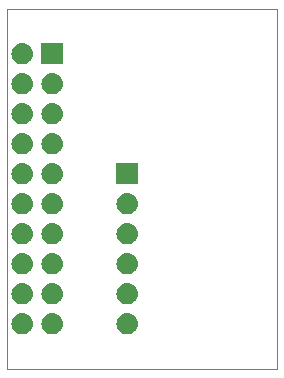
<source format=gbr>
G04 #@! TF.GenerationSoftware,KiCad,Pcbnew,(5.1.4)-1*
G04 #@! TF.CreationDate,2020-05-11T18:22:27+02:00*
G04 #@! TF.ProjectId,JtagArm20Adapter,4a746167-4172-46d3-9230-416461707465,rev?*
G04 #@! TF.SameCoordinates,Original*
G04 #@! TF.FileFunction,Soldermask,Bot*
G04 #@! TF.FilePolarity,Negative*
%FSLAX46Y46*%
G04 Gerber Fmt 4.6, Leading zero omitted, Abs format (unit mm)*
G04 Created by KiCad (PCBNEW (5.1.4)-1) date 2020-05-11 18:22:27*
%MOMM*%
%LPD*%
G04 APERTURE LIST*
%ADD10C,0.050000*%
%ADD11C,0.100000*%
G04 APERTURE END LIST*
D10*
X138430000Y-109220000D02*
X138430000Y-78740000D01*
X161290000Y-109220000D02*
X138430000Y-109220000D01*
X161290000Y-78740000D02*
X161290000Y-109220000D01*
X138430000Y-78740000D02*
X161290000Y-78740000D01*
D11*
G36*
X148700443Y-104515519D02*
G01*
X148766627Y-104522037D01*
X148936466Y-104573557D01*
X149092991Y-104657222D01*
X149128729Y-104686552D01*
X149230186Y-104769814D01*
X149313448Y-104871271D01*
X149342778Y-104907009D01*
X149426443Y-105063534D01*
X149477963Y-105233373D01*
X149495359Y-105410000D01*
X149477963Y-105586627D01*
X149426443Y-105756466D01*
X149342778Y-105912991D01*
X149313448Y-105948729D01*
X149230186Y-106050186D01*
X149128729Y-106133448D01*
X149092991Y-106162778D01*
X148936466Y-106246443D01*
X148766627Y-106297963D01*
X148700442Y-106304482D01*
X148634260Y-106311000D01*
X148545740Y-106311000D01*
X148479558Y-106304482D01*
X148413373Y-106297963D01*
X148243534Y-106246443D01*
X148087009Y-106162778D01*
X148051271Y-106133448D01*
X147949814Y-106050186D01*
X147866552Y-105948729D01*
X147837222Y-105912991D01*
X147753557Y-105756466D01*
X147702037Y-105586627D01*
X147684641Y-105410000D01*
X147702037Y-105233373D01*
X147753557Y-105063534D01*
X147837222Y-104907009D01*
X147866552Y-104871271D01*
X147949814Y-104769814D01*
X148051271Y-104686552D01*
X148087009Y-104657222D01*
X148243534Y-104573557D01*
X148413373Y-104522037D01*
X148479557Y-104515519D01*
X148545740Y-104509000D01*
X148634260Y-104509000D01*
X148700443Y-104515519D01*
X148700443Y-104515519D01*
G37*
G36*
X139810443Y-104515519D02*
G01*
X139876627Y-104522037D01*
X140046466Y-104573557D01*
X140202991Y-104657222D01*
X140238729Y-104686552D01*
X140340186Y-104769814D01*
X140423448Y-104871271D01*
X140452778Y-104907009D01*
X140536443Y-105063534D01*
X140587963Y-105233373D01*
X140605359Y-105410000D01*
X140587963Y-105586627D01*
X140536443Y-105756466D01*
X140452778Y-105912991D01*
X140423448Y-105948729D01*
X140340186Y-106050186D01*
X140238729Y-106133448D01*
X140202991Y-106162778D01*
X140046466Y-106246443D01*
X139876627Y-106297963D01*
X139810442Y-106304482D01*
X139744260Y-106311000D01*
X139655740Y-106311000D01*
X139589558Y-106304482D01*
X139523373Y-106297963D01*
X139353534Y-106246443D01*
X139197009Y-106162778D01*
X139161271Y-106133448D01*
X139059814Y-106050186D01*
X138976552Y-105948729D01*
X138947222Y-105912991D01*
X138863557Y-105756466D01*
X138812037Y-105586627D01*
X138794641Y-105410000D01*
X138812037Y-105233373D01*
X138863557Y-105063534D01*
X138947222Y-104907009D01*
X138976552Y-104871271D01*
X139059814Y-104769814D01*
X139161271Y-104686552D01*
X139197009Y-104657222D01*
X139353534Y-104573557D01*
X139523373Y-104522037D01*
X139589557Y-104515519D01*
X139655740Y-104509000D01*
X139744260Y-104509000D01*
X139810443Y-104515519D01*
X139810443Y-104515519D01*
G37*
G36*
X142350443Y-104515519D02*
G01*
X142416627Y-104522037D01*
X142586466Y-104573557D01*
X142742991Y-104657222D01*
X142778729Y-104686552D01*
X142880186Y-104769814D01*
X142963448Y-104871271D01*
X142992778Y-104907009D01*
X143076443Y-105063534D01*
X143127963Y-105233373D01*
X143145359Y-105410000D01*
X143127963Y-105586627D01*
X143076443Y-105756466D01*
X142992778Y-105912991D01*
X142963448Y-105948729D01*
X142880186Y-106050186D01*
X142778729Y-106133448D01*
X142742991Y-106162778D01*
X142586466Y-106246443D01*
X142416627Y-106297963D01*
X142350442Y-106304482D01*
X142284260Y-106311000D01*
X142195740Y-106311000D01*
X142129558Y-106304482D01*
X142063373Y-106297963D01*
X141893534Y-106246443D01*
X141737009Y-106162778D01*
X141701271Y-106133448D01*
X141599814Y-106050186D01*
X141516552Y-105948729D01*
X141487222Y-105912991D01*
X141403557Y-105756466D01*
X141352037Y-105586627D01*
X141334641Y-105410000D01*
X141352037Y-105233373D01*
X141403557Y-105063534D01*
X141487222Y-104907009D01*
X141516552Y-104871271D01*
X141599814Y-104769814D01*
X141701271Y-104686552D01*
X141737009Y-104657222D01*
X141893534Y-104573557D01*
X142063373Y-104522037D01*
X142129557Y-104515519D01*
X142195740Y-104509000D01*
X142284260Y-104509000D01*
X142350443Y-104515519D01*
X142350443Y-104515519D01*
G37*
G36*
X139810442Y-101975518D02*
G01*
X139876627Y-101982037D01*
X140046466Y-102033557D01*
X140202991Y-102117222D01*
X140238729Y-102146552D01*
X140340186Y-102229814D01*
X140423448Y-102331271D01*
X140452778Y-102367009D01*
X140536443Y-102523534D01*
X140587963Y-102693373D01*
X140605359Y-102870000D01*
X140587963Y-103046627D01*
X140536443Y-103216466D01*
X140452778Y-103372991D01*
X140423448Y-103408729D01*
X140340186Y-103510186D01*
X140238729Y-103593448D01*
X140202991Y-103622778D01*
X140046466Y-103706443D01*
X139876627Y-103757963D01*
X139810443Y-103764481D01*
X139744260Y-103771000D01*
X139655740Y-103771000D01*
X139589557Y-103764481D01*
X139523373Y-103757963D01*
X139353534Y-103706443D01*
X139197009Y-103622778D01*
X139161271Y-103593448D01*
X139059814Y-103510186D01*
X138976552Y-103408729D01*
X138947222Y-103372991D01*
X138863557Y-103216466D01*
X138812037Y-103046627D01*
X138794641Y-102870000D01*
X138812037Y-102693373D01*
X138863557Y-102523534D01*
X138947222Y-102367009D01*
X138976552Y-102331271D01*
X139059814Y-102229814D01*
X139161271Y-102146552D01*
X139197009Y-102117222D01*
X139353534Y-102033557D01*
X139523373Y-101982037D01*
X139589558Y-101975518D01*
X139655740Y-101969000D01*
X139744260Y-101969000D01*
X139810442Y-101975518D01*
X139810442Y-101975518D01*
G37*
G36*
X148700442Y-101975518D02*
G01*
X148766627Y-101982037D01*
X148936466Y-102033557D01*
X149092991Y-102117222D01*
X149128729Y-102146552D01*
X149230186Y-102229814D01*
X149313448Y-102331271D01*
X149342778Y-102367009D01*
X149426443Y-102523534D01*
X149477963Y-102693373D01*
X149495359Y-102870000D01*
X149477963Y-103046627D01*
X149426443Y-103216466D01*
X149342778Y-103372991D01*
X149313448Y-103408729D01*
X149230186Y-103510186D01*
X149128729Y-103593448D01*
X149092991Y-103622778D01*
X148936466Y-103706443D01*
X148766627Y-103757963D01*
X148700443Y-103764481D01*
X148634260Y-103771000D01*
X148545740Y-103771000D01*
X148479557Y-103764481D01*
X148413373Y-103757963D01*
X148243534Y-103706443D01*
X148087009Y-103622778D01*
X148051271Y-103593448D01*
X147949814Y-103510186D01*
X147866552Y-103408729D01*
X147837222Y-103372991D01*
X147753557Y-103216466D01*
X147702037Y-103046627D01*
X147684641Y-102870000D01*
X147702037Y-102693373D01*
X147753557Y-102523534D01*
X147837222Y-102367009D01*
X147866552Y-102331271D01*
X147949814Y-102229814D01*
X148051271Y-102146552D01*
X148087009Y-102117222D01*
X148243534Y-102033557D01*
X148413373Y-101982037D01*
X148479558Y-101975518D01*
X148545740Y-101969000D01*
X148634260Y-101969000D01*
X148700442Y-101975518D01*
X148700442Y-101975518D01*
G37*
G36*
X142350442Y-101975518D02*
G01*
X142416627Y-101982037D01*
X142586466Y-102033557D01*
X142742991Y-102117222D01*
X142778729Y-102146552D01*
X142880186Y-102229814D01*
X142963448Y-102331271D01*
X142992778Y-102367009D01*
X143076443Y-102523534D01*
X143127963Y-102693373D01*
X143145359Y-102870000D01*
X143127963Y-103046627D01*
X143076443Y-103216466D01*
X142992778Y-103372991D01*
X142963448Y-103408729D01*
X142880186Y-103510186D01*
X142778729Y-103593448D01*
X142742991Y-103622778D01*
X142586466Y-103706443D01*
X142416627Y-103757963D01*
X142350443Y-103764481D01*
X142284260Y-103771000D01*
X142195740Y-103771000D01*
X142129557Y-103764481D01*
X142063373Y-103757963D01*
X141893534Y-103706443D01*
X141737009Y-103622778D01*
X141701271Y-103593448D01*
X141599814Y-103510186D01*
X141516552Y-103408729D01*
X141487222Y-103372991D01*
X141403557Y-103216466D01*
X141352037Y-103046627D01*
X141334641Y-102870000D01*
X141352037Y-102693373D01*
X141403557Y-102523534D01*
X141487222Y-102367009D01*
X141516552Y-102331271D01*
X141599814Y-102229814D01*
X141701271Y-102146552D01*
X141737009Y-102117222D01*
X141893534Y-102033557D01*
X142063373Y-101982037D01*
X142129558Y-101975518D01*
X142195740Y-101969000D01*
X142284260Y-101969000D01*
X142350442Y-101975518D01*
X142350442Y-101975518D01*
G37*
G36*
X139810443Y-99435519D02*
G01*
X139876627Y-99442037D01*
X140046466Y-99493557D01*
X140202991Y-99577222D01*
X140238729Y-99606552D01*
X140340186Y-99689814D01*
X140423448Y-99791271D01*
X140452778Y-99827009D01*
X140536443Y-99983534D01*
X140587963Y-100153373D01*
X140605359Y-100330000D01*
X140587963Y-100506627D01*
X140536443Y-100676466D01*
X140452778Y-100832991D01*
X140423448Y-100868729D01*
X140340186Y-100970186D01*
X140238729Y-101053448D01*
X140202991Y-101082778D01*
X140046466Y-101166443D01*
X139876627Y-101217963D01*
X139810443Y-101224481D01*
X139744260Y-101231000D01*
X139655740Y-101231000D01*
X139589558Y-101224482D01*
X139523373Y-101217963D01*
X139353534Y-101166443D01*
X139197009Y-101082778D01*
X139161271Y-101053448D01*
X139059814Y-100970186D01*
X138976552Y-100868729D01*
X138947222Y-100832991D01*
X138863557Y-100676466D01*
X138812037Y-100506627D01*
X138794641Y-100330000D01*
X138812037Y-100153373D01*
X138863557Y-99983534D01*
X138947222Y-99827009D01*
X138976552Y-99791271D01*
X139059814Y-99689814D01*
X139161271Y-99606552D01*
X139197009Y-99577222D01*
X139353534Y-99493557D01*
X139523373Y-99442037D01*
X139589558Y-99435518D01*
X139655740Y-99429000D01*
X139744260Y-99429000D01*
X139810443Y-99435519D01*
X139810443Y-99435519D01*
G37*
G36*
X148700443Y-99435519D02*
G01*
X148766627Y-99442037D01*
X148936466Y-99493557D01*
X149092991Y-99577222D01*
X149128729Y-99606552D01*
X149230186Y-99689814D01*
X149313448Y-99791271D01*
X149342778Y-99827009D01*
X149426443Y-99983534D01*
X149477963Y-100153373D01*
X149495359Y-100330000D01*
X149477963Y-100506627D01*
X149426443Y-100676466D01*
X149342778Y-100832991D01*
X149313448Y-100868729D01*
X149230186Y-100970186D01*
X149128729Y-101053448D01*
X149092991Y-101082778D01*
X148936466Y-101166443D01*
X148766627Y-101217963D01*
X148700443Y-101224481D01*
X148634260Y-101231000D01*
X148545740Y-101231000D01*
X148479558Y-101224482D01*
X148413373Y-101217963D01*
X148243534Y-101166443D01*
X148087009Y-101082778D01*
X148051271Y-101053448D01*
X147949814Y-100970186D01*
X147866552Y-100868729D01*
X147837222Y-100832991D01*
X147753557Y-100676466D01*
X147702037Y-100506627D01*
X147684641Y-100330000D01*
X147702037Y-100153373D01*
X147753557Y-99983534D01*
X147837222Y-99827009D01*
X147866552Y-99791271D01*
X147949814Y-99689814D01*
X148051271Y-99606552D01*
X148087009Y-99577222D01*
X148243534Y-99493557D01*
X148413373Y-99442037D01*
X148479558Y-99435518D01*
X148545740Y-99429000D01*
X148634260Y-99429000D01*
X148700443Y-99435519D01*
X148700443Y-99435519D01*
G37*
G36*
X142350443Y-99435519D02*
G01*
X142416627Y-99442037D01*
X142586466Y-99493557D01*
X142742991Y-99577222D01*
X142778729Y-99606552D01*
X142880186Y-99689814D01*
X142963448Y-99791271D01*
X142992778Y-99827009D01*
X143076443Y-99983534D01*
X143127963Y-100153373D01*
X143145359Y-100330000D01*
X143127963Y-100506627D01*
X143076443Y-100676466D01*
X142992778Y-100832991D01*
X142963448Y-100868729D01*
X142880186Y-100970186D01*
X142778729Y-101053448D01*
X142742991Y-101082778D01*
X142586466Y-101166443D01*
X142416627Y-101217963D01*
X142350443Y-101224481D01*
X142284260Y-101231000D01*
X142195740Y-101231000D01*
X142129558Y-101224482D01*
X142063373Y-101217963D01*
X141893534Y-101166443D01*
X141737009Y-101082778D01*
X141701271Y-101053448D01*
X141599814Y-100970186D01*
X141516552Y-100868729D01*
X141487222Y-100832991D01*
X141403557Y-100676466D01*
X141352037Y-100506627D01*
X141334641Y-100330000D01*
X141352037Y-100153373D01*
X141403557Y-99983534D01*
X141487222Y-99827009D01*
X141516552Y-99791271D01*
X141599814Y-99689814D01*
X141701271Y-99606552D01*
X141737009Y-99577222D01*
X141893534Y-99493557D01*
X142063373Y-99442037D01*
X142129558Y-99435518D01*
X142195740Y-99429000D01*
X142284260Y-99429000D01*
X142350443Y-99435519D01*
X142350443Y-99435519D01*
G37*
G36*
X139810442Y-96895518D02*
G01*
X139876627Y-96902037D01*
X140046466Y-96953557D01*
X140202991Y-97037222D01*
X140238729Y-97066552D01*
X140340186Y-97149814D01*
X140423448Y-97251271D01*
X140452778Y-97287009D01*
X140536443Y-97443534D01*
X140587963Y-97613373D01*
X140605359Y-97790000D01*
X140587963Y-97966627D01*
X140536443Y-98136466D01*
X140452778Y-98292991D01*
X140423448Y-98328729D01*
X140340186Y-98430186D01*
X140238729Y-98513448D01*
X140202991Y-98542778D01*
X140046466Y-98626443D01*
X139876627Y-98677963D01*
X139810442Y-98684482D01*
X139744260Y-98691000D01*
X139655740Y-98691000D01*
X139589558Y-98684482D01*
X139523373Y-98677963D01*
X139353534Y-98626443D01*
X139197009Y-98542778D01*
X139161271Y-98513448D01*
X139059814Y-98430186D01*
X138976552Y-98328729D01*
X138947222Y-98292991D01*
X138863557Y-98136466D01*
X138812037Y-97966627D01*
X138794641Y-97790000D01*
X138812037Y-97613373D01*
X138863557Y-97443534D01*
X138947222Y-97287009D01*
X138976552Y-97251271D01*
X139059814Y-97149814D01*
X139161271Y-97066552D01*
X139197009Y-97037222D01*
X139353534Y-96953557D01*
X139523373Y-96902037D01*
X139589558Y-96895518D01*
X139655740Y-96889000D01*
X139744260Y-96889000D01*
X139810442Y-96895518D01*
X139810442Y-96895518D01*
G37*
G36*
X148700442Y-96895518D02*
G01*
X148766627Y-96902037D01*
X148936466Y-96953557D01*
X149092991Y-97037222D01*
X149128729Y-97066552D01*
X149230186Y-97149814D01*
X149313448Y-97251271D01*
X149342778Y-97287009D01*
X149426443Y-97443534D01*
X149477963Y-97613373D01*
X149495359Y-97790000D01*
X149477963Y-97966627D01*
X149426443Y-98136466D01*
X149342778Y-98292991D01*
X149313448Y-98328729D01*
X149230186Y-98430186D01*
X149128729Y-98513448D01*
X149092991Y-98542778D01*
X148936466Y-98626443D01*
X148766627Y-98677963D01*
X148700442Y-98684482D01*
X148634260Y-98691000D01*
X148545740Y-98691000D01*
X148479558Y-98684482D01*
X148413373Y-98677963D01*
X148243534Y-98626443D01*
X148087009Y-98542778D01*
X148051271Y-98513448D01*
X147949814Y-98430186D01*
X147866552Y-98328729D01*
X147837222Y-98292991D01*
X147753557Y-98136466D01*
X147702037Y-97966627D01*
X147684641Y-97790000D01*
X147702037Y-97613373D01*
X147753557Y-97443534D01*
X147837222Y-97287009D01*
X147866552Y-97251271D01*
X147949814Y-97149814D01*
X148051271Y-97066552D01*
X148087009Y-97037222D01*
X148243534Y-96953557D01*
X148413373Y-96902037D01*
X148479558Y-96895518D01*
X148545740Y-96889000D01*
X148634260Y-96889000D01*
X148700442Y-96895518D01*
X148700442Y-96895518D01*
G37*
G36*
X142350442Y-96895518D02*
G01*
X142416627Y-96902037D01*
X142586466Y-96953557D01*
X142742991Y-97037222D01*
X142778729Y-97066552D01*
X142880186Y-97149814D01*
X142963448Y-97251271D01*
X142992778Y-97287009D01*
X143076443Y-97443534D01*
X143127963Y-97613373D01*
X143145359Y-97790000D01*
X143127963Y-97966627D01*
X143076443Y-98136466D01*
X142992778Y-98292991D01*
X142963448Y-98328729D01*
X142880186Y-98430186D01*
X142778729Y-98513448D01*
X142742991Y-98542778D01*
X142586466Y-98626443D01*
X142416627Y-98677963D01*
X142350442Y-98684482D01*
X142284260Y-98691000D01*
X142195740Y-98691000D01*
X142129558Y-98684482D01*
X142063373Y-98677963D01*
X141893534Y-98626443D01*
X141737009Y-98542778D01*
X141701271Y-98513448D01*
X141599814Y-98430186D01*
X141516552Y-98328729D01*
X141487222Y-98292991D01*
X141403557Y-98136466D01*
X141352037Y-97966627D01*
X141334641Y-97790000D01*
X141352037Y-97613373D01*
X141403557Y-97443534D01*
X141487222Y-97287009D01*
X141516552Y-97251271D01*
X141599814Y-97149814D01*
X141701271Y-97066552D01*
X141737009Y-97037222D01*
X141893534Y-96953557D01*
X142063373Y-96902037D01*
X142129558Y-96895518D01*
X142195740Y-96889000D01*
X142284260Y-96889000D01*
X142350442Y-96895518D01*
X142350442Y-96895518D01*
G37*
G36*
X142350442Y-94355518D02*
G01*
X142416627Y-94362037D01*
X142586466Y-94413557D01*
X142742991Y-94497222D01*
X142778729Y-94526552D01*
X142880186Y-94609814D01*
X142963448Y-94711271D01*
X142992778Y-94747009D01*
X143076443Y-94903534D01*
X143127963Y-95073373D01*
X143145359Y-95250000D01*
X143127963Y-95426627D01*
X143076443Y-95596466D01*
X142992778Y-95752991D01*
X142963448Y-95788729D01*
X142880186Y-95890186D01*
X142778729Y-95973448D01*
X142742991Y-96002778D01*
X142586466Y-96086443D01*
X142416627Y-96137963D01*
X142350443Y-96144481D01*
X142284260Y-96151000D01*
X142195740Y-96151000D01*
X142129558Y-96144482D01*
X142063373Y-96137963D01*
X141893534Y-96086443D01*
X141737009Y-96002778D01*
X141701271Y-95973448D01*
X141599814Y-95890186D01*
X141516552Y-95788729D01*
X141487222Y-95752991D01*
X141403557Y-95596466D01*
X141352037Y-95426627D01*
X141334641Y-95250000D01*
X141352037Y-95073373D01*
X141403557Y-94903534D01*
X141487222Y-94747009D01*
X141516552Y-94711271D01*
X141599814Y-94609814D01*
X141701271Y-94526552D01*
X141737009Y-94497222D01*
X141893534Y-94413557D01*
X142063373Y-94362037D01*
X142129557Y-94355519D01*
X142195740Y-94349000D01*
X142284260Y-94349000D01*
X142350442Y-94355518D01*
X142350442Y-94355518D01*
G37*
G36*
X148700442Y-94355518D02*
G01*
X148766627Y-94362037D01*
X148936466Y-94413557D01*
X149092991Y-94497222D01*
X149128729Y-94526552D01*
X149230186Y-94609814D01*
X149313448Y-94711271D01*
X149342778Y-94747009D01*
X149426443Y-94903534D01*
X149477963Y-95073373D01*
X149495359Y-95250000D01*
X149477963Y-95426627D01*
X149426443Y-95596466D01*
X149342778Y-95752991D01*
X149313448Y-95788729D01*
X149230186Y-95890186D01*
X149128729Y-95973448D01*
X149092991Y-96002778D01*
X148936466Y-96086443D01*
X148766627Y-96137963D01*
X148700443Y-96144481D01*
X148634260Y-96151000D01*
X148545740Y-96151000D01*
X148479558Y-96144482D01*
X148413373Y-96137963D01*
X148243534Y-96086443D01*
X148087009Y-96002778D01*
X148051271Y-95973448D01*
X147949814Y-95890186D01*
X147866552Y-95788729D01*
X147837222Y-95752991D01*
X147753557Y-95596466D01*
X147702037Y-95426627D01*
X147684641Y-95250000D01*
X147702037Y-95073373D01*
X147753557Y-94903534D01*
X147837222Y-94747009D01*
X147866552Y-94711271D01*
X147949814Y-94609814D01*
X148051271Y-94526552D01*
X148087009Y-94497222D01*
X148243534Y-94413557D01*
X148413373Y-94362037D01*
X148479557Y-94355519D01*
X148545740Y-94349000D01*
X148634260Y-94349000D01*
X148700442Y-94355518D01*
X148700442Y-94355518D01*
G37*
G36*
X139810442Y-94355518D02*
G01*
X139876627Y-94362037D01*
X140046466Y-94413557D01*
X140202991Y-94497222D01*
X140238729Y-94526552D01*
X140340186Y-94609814D01*
X140423448Y-94711271D01*
X140452778Y-94747009D01*
X140536443Y-94903534D01*
X140587963Y-95073373D01*
X140605359Y-95250000D01*
X140587963Y-95426627D01*
X140536443Y-95596466D01*
X140452778Y-95752991D01*
X140423448Y-95788729D01*
X140340186Y-95890186D01*
X140238729Y-95973448D01*
X140202991Y-96002778D01*
X140046466Y-96086443D01*
X139876627Y-96137963D01*
X139810443Y-96144481D01*
X139744260Y-96151000D01*
X139655740Y-96151000D01*
X139589558Y-96144482D01*
X139523373Y-96137963D01*
X139353534Y-96086443D01*
X139197009Y-96002778D01*
X139161271Y-95973448D01*
X139059814Y-95890186D01*
X138976552Y-95788729D01*
X138947222Y-95752991D01*
X138863557Y-95596466D01*
X138812037Y-95426627D01*
X138794641Y-95250000D01*
X138812037Y-95073373D01*
X138863557Y-94903534D01*
X138947222Y-94747009D01*
X138976552Y-94711271D01*
X139059814Y-94609814D01*
X139161271Y-94526552D01*
X139197009Y-94497222D01*
X139353534Y-94413557D01*
X139523373Y-94362037D01*
X139589557Y-94355519D01*
X139655740Y-94349000D01*
X139744260Y-94349000D01*
X139810442Y-94355518D01*
X139810442Y-94355518D01*
G37*
G36*
X149491000Y-93611000D02*
G01*
X147689000Y-93611000D01*
X147689000Y-91809000D01*
X149491000Y-91809000D01*
X149491000Y-93611000D01*
X149491000Y-93611000D01*
G37*
G36*
X142350442Y-91815518D02*
G01*
X142416627Y-91822037D01*
X142586466Y-91873557D01*
X142742991Y-91957222D01*
X142778729Y-91986552D01*
X142880186Y-92069814D01*
X142963448Y-92171271D01*
X142992778Y-92207009D01*
X143076443Y-92363534D01*
X143127963Y-92533373D01*
X143145359Y-92710000D01*
X143127963Y-92886627D01*
X143076443Y-93056466D01*
X142992778Y-93212991D01*
X142963448Y-93248729D01*
X142880186Y-93350186D01*
X142778729Y-93433448D01*
X142742991Y-93462778D01*
X142586466Y-93546443D01*
X142416627Y-93597963D01*
X142350442Y-93604482D01*
X142284260Y-93611000D01*
X142195740Y-93611000D01*
X142129557Y-93604481D01*
X142063373Y-93597963D01*
X141893534Y-93546443D01*
X141737009Y-93462778D01*
X141701271Y-93433448D01*
X141599814Y-93350186D01*
X141516552Y-93248729D01*
X141487222Y-93212991D01*
X141403557Y-93056466D01*
X141352037Y-92886627D01*
X141334641Y-92710000D01*
X141352037Y-92533373D01*
X141403557Y-92363534D01*
X141487222Y-92207009D01*
X141516552Y-92171271D01*
X141599814Y-92069814D01*
X141701271Y-91986552D01*
X141737009Y-91957222D01*
X141893534Y-91873557D01*
X142063373Y-91822037D01*
X142129558Y-91815518D01*
X142195740Y-91809000D01*
X142284260Y-91809000D01*
X142350442Y-91815518D01*
X142350442Y-91815518D01*
G37*
G36*
X139810442Y-91815518D02*
G01*
X139876627Y-91822037D01*
X140046466Y-91873557D01*
X140202991Y-91957222D01*
X140238729Y-91986552D01*
X140340186Y-92069814D01*
X140423448Y-92171271D01*
X140452778Y-92207009D01*
X140536443Y-92363534D01*
X140587963Y-92533373D01*
X140605359Y-92710000D01*
X140587963Y-92886627D01*
X140536443Y-93056466D01*
X140452778Y-93212991D01*
X140423448Y-93248729D01*
X140340186Y-93350186D01*
X140238729Y-93433448D01*
X140202991Y-93462778D01*
X140046466Y-93546443D01*
X139876627Y-93597963D01*
X139810442Y-93604482D01*
X139744260Y-93611000D01*
X139655740Y-93611000D01*
X139589557Y-93604481D01*
X139523373Y-93597963D01*
X139353534Y-93546443D01*
X139197009Y-93462778D01*
X139161271Y-93433448D01*
X139059814Y-93350186D01*
X138976552Y-93248729D01*
X138947222Y-93212991D01*
X138863557Y-93056466D01*
X138812037Y-92886627D01*
X138794641Y-92710000D01*
X138812037Y-92533373D01*
X138863557Y-92363534D01*
X138947222Y-92207009D01*
X138976552Y-92171271D01*
X139059814Y-92069814D01*
X139161271Y-91986552D01*
X139197009Y-91957222D01*
X139353534Y-91873557D01*
X139523373Y-91822037D01*
X139589558Y-91815518D01*
X139655740Y-91809000D01*
X139744260Y-91809000D01*
X139810442Y-91815518D01*
X139810442Y-91815518D01*
G37*
G36*
X139810443Y-89275519D02*
G01*
X139876627Y-89282037D01*
X140046466Y-89333557D01*
X140202991Y-89417222D01*
X140238729Y-89446552D01*
X140340186Y-89529814D01*
X140423448Y-89631271D01*
X140452778Y-89667009D01*
X140536443Y-89823534D01*
X140587963Y-89993373D01*
X140605359Y-90170000D01*
X140587963Y-90346627D01*
X140536443Y-90516466D01*
X140452778Y-90672991D01*
X140423448Y-90708729D01*
X140340186Y-90810186D01*
X140238729Y-90893448D01*
X140202991Y-90922778D01*
X140046466Y-91006443D01*
X139876627Y-91057963D01*
X139810442Y-91064482D01*
X139744260Y-91071000D01*
X139655740Y-91071000D01*
X139589558Y-91064482D01*
X139523373Y-91057963D01*
X139353534Y-91006443D01*
X139197009Y-90922778D01*
X139161271Y-90893448D01*
X139059814Y-90810186D01*
X138976552Y-90708729D01*
X138947222Y-90672991D01*
X138863557Y-90516466D01*
X138812037Y-90346627D01*
X138794641Y-90170000D01*
X138812037Y-89993373D01*
X138863557Y-89823534D01*
X138947222Y-89667009D01*
X138976552Y-89631271D01*
X139059814Y-89529814D01*
X139161271Y-89446552D01*
X139197009Y-89417222D01*
X139353534Y-89333557D01*
X139523373Y-89282037D01*
X139589557Y-89275519D01*
X139655740Y-89269000D01*
X139744260Y-89269000D01*
X139810443Y-89275519D01*
X139810443Y-89275519D01*
G37*
G36*
X142350443Y-89275519D02*
G01*
X142416627Y-89282037D01*
X142586466Y-89333557D01*
X142742991Y-89417222D01*
X142778729Y-89446552D01*
X142880186Y-89529814D01*
X142963448Y-89631271D01*
X142992778Y-89667009D01*
X143076443Y-89823534D01*
X143127963Y-89993373D01*
X143145359Y-90170000D01*
X143127963Y-90346627D01*
X143076443Y-90516466D01*
X142992778Y-90672991D01*
X142963448Y-90708729D01*
X142880186Y-90810186D01*
X142778729Y-90893448D01*
X142742991Y-90922778D01*
X142586466Y-91006443D01*
X142416627Y-91057963D01*
X142350442Y-91064482D01*
X142284260Y-91071000D01*
X142195740Y-91071000D01*
X142129558Y-91064482D01*
X142063373Y-91057963D01*
X141893534Y-91006443D01*
X141737009Y-90922778D01*
X141701271Y-90893448D01*
X141599814Y-90810186D01*
X141516552Y-90708729D01*
X141487222Y-90672991D01*
X141403557Y-90516466D01*
X141352037Y-90346627D01*
X141334641Y-90170000D01*
X141352037Y-89993373D01*
X141403557Y-89823534D01*
X141487222Y-89667009D01*
X141516552Y-89631271D01*
X141599814Y-89529814D01*
X141701271Y-89446552D01*
X141737009Y-89417222D01*
X141893534Y-89333557D01*
X142063373Y-89282037D01*
X142129557Y-89275519D01*
X142195740Y-89269000D01*
X142284260Y-89269000D01*
X142350443Y-89275519D01*
X142350443Y-89275519D01*
G37*
G36*
X139810442Y-86735518D02*
G01*
X139876627Y-86742037D01*
X140046466Y-86793557D01*
X140202991Y-86877222D01*
X140238729Y-86906552D01*
X140340186Y-86989814D01*
X140423448Y-87091271D01*
X140452778Y-87127009D01*
X140536443Y-87283534D01*
X140587963Y-87453373D01*
X140605359Y-87630000D01*
X140587963Y-87806627D01*
X140536443Y-87976466D01*
X140452778Y-88132991D01*
X140423448Y-88168729D01*
X140340186Y-88270186D01*
X140238729Y-88353448D01*
X140202991Y-88382778D01*
X140046466Y-88466443D01*
X139876627Y-88517963D01*
X139810442Y-88524482D01*
X139744260Y-88531000D01*
X139655740Y-88531000D01*
X139589558Y-88524482D01*
X139523373Y-88517963D01*
X139353534Y-88466443D01*
X139197009Y-88382778D01*
X139161271Y-88353448D01*
X139059814Y-88270186D01*
X138976552Y-88168729D01*
X138947222Y-88132991D01*
X138863557Y-87976466D01*
X138812037Y-87806627D01*
X138794641Y-87630000D01*
X138812037Y-87453373D01*
X138863557Y-87283534D01*
X138947222Y-87127009D01*
X138976552Y-87091271D01*
X139059814Y-86989814D01*
X139161271Y-86906552D01*
X139197009Y-86877222D01*
X139353534Y-86793557D01*
X139523373Y-86742037D01*
X139589558Y-86735518D01*
X139655740Y-86729000D01*
X139744260Y-86729000D01*
X139810442Y-86735518D01*
X139810442Y-86735518D01*
G37*
G36*
X142350442Y-86735518D02*
G01*
X142416627Y-86742037D01*
X142586466Y-86793557D01*
X142742991Y-86877222D01*
X142778729Y-86906552D01*
X142880186Y-86989814D01*
X142963448Y-87091271D01*
X142992778Y-87127009D01*
X143076443Y-87283534D01*
X143127963Y-87453373D01*
X143145359Y-87630000D01*
X143127963Y-87806627D01*
X143076443Y-87976466D01*
X142992778Y-88132991D01*
X142963448Y-88168729D01*
X142880186Y-88270186D01*
X142778729Y-88353448D01*
X142742991Y-88382778D01*
X142586466Y-88466443D01*
X142416627Y-88517963D01*
X142350442Y-88524482D01*
X142284260Y-88531000D01*
X142195740Y-88531000D01*
X142129558Y-88524482D01*
X142063373Y-88517963D01*
X141893534Y-88466443D01*
X141737009Y-88382778D01*
X141701271Y-88353448D01*
X141599814Y-88270186D01*
X141516552Y-88168729D01*
X141487222Y-88132991D01*
X141403557Y-87976466D01*
X141352037Y-87806627D01*
X141334641Y-87630000D01*
X141352037Y-87453373D01*
X141403557Y-87283534D01*
X141487222Y-87127009D01*
X141516552Y-87091271D01*
X141599814Y-86989814D01*
X141701271Y-86906552D01*
X141737009Y-86877222D01*
X141893534Y-86793557D01*
X142063373Y-86742037D01*
X142129558Y-86735518D01*
X142195740Y-86729000D01*
X142284260Y-86729000D01*
X142350442Y-86735518D01*
X142350442Y-86735518D01*
G37*
G36*
X139810442Y-84195518D02*
G01*
X139876627Y-84202037D01*
X140046466Y-84253557D01*
X140202991Y-84337222D01*
X140238729Y-84366552D01*
X140340186Y-84449814D01*
X140423448Y-84551271D01*
X140452778Y-84587009D01*
X140536443Y-84743534D01*
X140587963Y-84913373D01*
X140605359Y-85090000D01*
X140587963Y-85266627D01*
X140536443Y-85436466D01*
X140452778Y-85592991D01*
X140423448Y-85628729D01*
X140340186Y-85730186D01*
X140238729Y-85813448D01*
X140202991Y-85842778D01*
X140046466Y-85926443D01*
X139876627Y-85977963D01*
X139810442Y-85984482D01*
X139744260Y-85991000D01*
X139655740Y-85991000D01*
X139589558Y-85984482D01*
X139523373Y-85977963D01*
X139353534Y-85926443D01*
X139197009Y-85842778D01*
X139161271Y-85813448D01*
X139059814Y-85730186D01*
X138976552Y-85628729D01*
X138947222Y-85592991D01*
X138863557Y-85436466D01*
X138812037Y-85266627D01*
X138794641Y-85090000D01*
X138812037Y-84913373D01*
X138863557Y-84743534D01*
X138947222Y-84587009D01*
X138976552Y-84551271D01*
X139059814Y-84449814D01*
X139161271Y-84366552D01*
X139197009Y-84337222D01*
X139353534Y-84253557D01*
X139523373Y-84202037D01*
X139589558Y-84195518D01*
X139655740Y-84189000D01*
X139744260Y-84189000D01*
X139810442Y-84195518D01*
X139810442Y-84195518D01*
G37*
G36*
X142350442Y-84195518D02*
G01*
X142416627Y-84202037D01*
X142586466Y-84253557D01*
X142742991Y-84337222D01*
X142778729Y-84366552D01*
X142880186Y-84449814D01*
X142963448Y-84551271D01*
X142992778Y-84587009D01*
X143076443Y-84743534D01*
X143127963Y-84913373D01*
X143145359Y-85090000D01*
X143127963Y-85266627D01*
X143076443Y-85436466D01*
X142992778Y-85592991D01*
X142963448Y-85628729D01*
X142880186Y-85730186D01*
X142778729Y-85813448D01*
X142742991Y-85842778D01*
X142586466Y-85926443D01*
X142416627Y-85977963D01*
X142350442Y-85984482D01*
X142284260Y-85991000D01*
X142195740Y-85991000D01*
X142129558Y-85984482D01*
X142063373Y-85977963D01*
X141893534Y-85926443D01*
X141737009Y-85842778D01*
X141701271Y-85813448D01*
X141599814Y-85730186D01*
X141516552Y-85628729D01*
X141487222Y-85592991D01*
X141403557Y-85436466D01*
X141352037Y-85266627D01*
X141334641Y-85090000D01*
X141352037Y-84913373D01*
X141403557Y-84743534D01*
X141487222Y-84587009D01*
X141516552Y-84551271D01*
X141599814Y-84449814D01*
X141701271Y-84366552D01*
X141737009Y-84337222D01*
X141893534Y-84253557D01*
X142063373Y-84202037D01*
X142129558Y-84195518D01*
X142195740Y-84189000D01*
X142284260Y-84189000D01*
X142350442Y-84195518D01*
X142350442Y-84195518D01*
G37*
G36*
X139810443Y-81655519D02*
G01*
X139876627Y-81662037D01*
X140046466Y-81713557D01*
X140202991Y-81797222D01*
X140238729Y-81826552D01*
X140340186Y-81909814D01*
X140423448Y-82011271D01*
X140452778Y-82047009D01*
X140536443Y-82203534D01*
X140587963Y-82373373D01*
X140605359Y-82550000D01*
X140587963Y-82726627D01*
X140536443Y-82896466D01*
X140452778Y-83052991D01*
X140423448Y-83088729D01*
X140340186Y-83190186D01*
X140238729Y-83273448D01*
X140202991Y-83302778D01*
X140046466Y-83386443D01*
X139876627Y-83437963D01*
X139810443Y-83444481D01*
X139744260Y-83451000D01*
X139655740Y-83451000D01*
X139589557Y-83444481D01*
X139523373Y-83437963D01*
X139353534Y-83386443D01*
X139197009Y-83302778D01*
X139161271Y-83273448D01*
X139059814Y-83190186D01*
X138976552Y-83088729D01*
X138947222Y-83052991D01*
X138863557Y-82896466D01*
X138812037Y-82726627D01*
X138794641Y-82550000D01*
X138812037Y-82373373D01*
X138863557Y-82203534D01*
X138947222Y-82047009D01*
X138976552Y-82011271D01*
X139059814Y-81909814D01*
X139161271Y-81826552D01*
X139197009Y-81797222D01*
X139353534Y-81713557D01*
X139523373Y-81662037D01*
X139589557Y-81655519D01*
X139655740Y-81649000D01*
X139744260Y-81649000D01*
X139810443Y-81655519D01*
X139810443Y-81655519D01*
G37*
G36*
X143141000Y-83451000D02*
G01*
X141339000Y-83451000D01*
X141339000Y-81649000D01*
X143141000Y-81649000D01*
X143141000Y-83451000D01*
X143141000Y-83451000D01*
G37*
M02*

</source>
